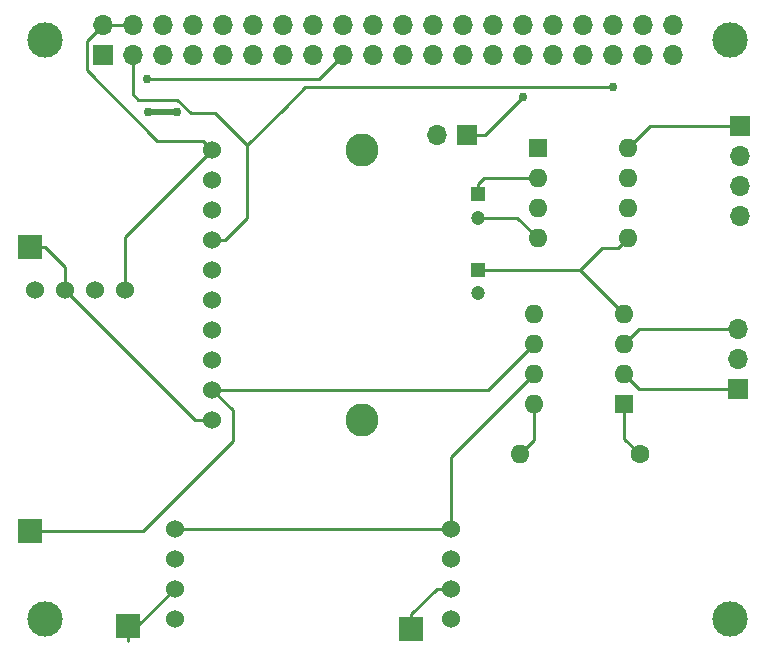
<source format=gtl>
G04 #@! TF.GenerationSoftware,KiCad,Pcbnew,(5.1.6)-1*
G04 #@! TF.CreationDate,2020-08-19T13:32:06-04:00*
G04 #@! TF.ProjectId,pressure-rev2,70726573-7375-4726-952d-726576322e6b,rev?*
G04 #@! TF.SameCoordinates,Original*
G04 #@! TF.FileFunction,Copper,L1,Top*
G04 #@! TF.FilePolarity,Positive*
%FSLAX46Y46*%
G04 Gerber Fmt 4.6, Leading zero omitted, Abs format (unit mm)*
G04 Created by KiCad (PCBNEW (5.1.6)-1) date 2020-08-19 13:32:06*
%MOMM*%
%LPD*%
G01*
G04 APERTURE LIST*
G04 #@! TA.AperFunction,ComponentPad*
%ADD10C,1.524000*%
G04 #@! TD*
G04 #@! TA.AperFunction,ComponentPad*
%ADD11O,1.600000X1.600000*%
G04 #@! TD*
G04 #@! TA.AperFunction,ComponentPad*
%ADD12R,1.600000X1.600000*%
G04 #@! TD*
G04 #@! TA.AperFunction,ComponentPad*
%ADD13O,1.700000X1.700000*%
G04 #@! TD*
G04 #@! TA.AperFunction,ComponentPad*
%ADD14R,1.700000X1.700000*%
G04 #@! TD*
G04 #@! TA.AperFunction,WasherPad*
%ADD15C,3.000000*%
G04 #@! TD*
G04 #@! TA.AperFunction,ComponentPad*
%ADD16R,2.000000X2.000000*%
G04 #@! TD*
G04 #@! TA.AperFunction,ComponentPad*
%ADD17C,1.600000*%
G04 #@! TD*
G04 #@! TA.AperFunction,ComponentPad*
%ADD18C,1.200000*%
G04 #@! TD*
G04 #@! TA.AperFunction,ComponentPad*
%ADD19R,1.200000X1.200000*%
G04 #@! TD*
G04 #@! TA.AperFunction,ComponentPad*
%ADD20C,2.794000*%
G04 #@! TD*
G04 #@! TA.AperFunction,ViaPad*
%ADD21C,0.750000*%
G04 #@! TD*
G04 #@! TA.AperFunction,Conductor*
%ADD22C,0.500000*%
G04 #@! TD*
G04 #@! TA.AperFunction,Conductor*
%ADD23C,0.250000*%
G04 #@! TD*
G04 APERTURE END LIST*
D10*
X88836500Y-85471000D03*
X86296500Y-85471000D03*
X83756500Y-85471000D03*
X81216500Y-85471000D03*
D11*
X123444000Y-95123000D03*
X131064000Y-87503000D03*
X123444000Y-92583000D03*
X131064000Y-90043000D03*
X123444000Y-90043000D03*
X131064000Y-92583000D03*
X123444000Y-87503000D03*
D12*
X131064000Y-95123000D03*
D13*
X135180000Y-63050000D03*
X135180000Y-65590000D03*
X132640000Y-63050000D03*
X132640000Y-65590000D03*
X130100000Y-63050000D03*
X130100000Y-65590000D03*
X127560000Y-63050000D03*
X127560000Y-65590000D03*
X125020000Y-63050000D03*
X125020000Y-65590000D03*
X122480000Y-63050000D03*
X122480000Y-65590000D03*
X119940000Y-63050000D03*
X119940000Y-65590000D03*
X117400000Y-63050000D03*
X117400000Y-65590000D03*
X114860000Y-63050000D03*
X114860000Y-65590000D03*
X112320000Y-63050000D03*
X112320000Y-65590000D03*
X109780000Y-63050000D03*
X109780000Y-65590000D03*
X107240000Y-63050000D03*
X107240000Y-65590000D03*
X104700000Y-63050000D03*
X104700000Y-65590000D03*
X102160000Y-63050000D03*
X102160000Y-65590000D03*
X99620000Y-63050000D03*
X99620000Y-65590000D03*
X97080000Y-63050000D03*
X97080000Y-65590000D03*
X94540000Y-63050000D03*
X94540000Y-65590000D03*
X92000000Y-63050000D03*
X92000000Y-65590000D03*
X89460000Y-63050000D03*
X89460000Y-65590000D03*
X86920000Y-63050000D03*
D14*
X86920000Y-65590000D03*
D15*
X82040000Y-64310000D03*
X140040000Y-64330000D03*
X82040000Y-113320000D03*
X140030000Y-113310000D03*
D13*
X115252500Y-72326500D03*
D14*
X117792500Y-72326500D03*
D16*
X113030000Y-114173000D03*
X89027000Y-113919000D03*
D11*
X122237500Y-99377500D03*
D17*
X132397500Y-99377500D03*
D13*
X140716000Y-88773000D03*
X140716000Y-91313000D03*
D14*
X140716000Y-93853000D03*
D16*
X80772000Y-105854500D03*
D11*
X131381500Y-73469500D03*
X123761500Y-81089500D03*
X131381500Y-76009500D03*
X123761500Y-78549500D03*
X131381500Y-78549500D03*
X123761500Y-76009500D03*
X131381500Y-81089500D03*
D12*
X123761500Y-73469500D03*
D18*
X118681500Y-79343000D03*
D19*
X118681500Y-77343000D03*
D18*
X118681500Y-85756500D03*
D19*
X118681500Y-83756500D03*
D10*
X96202500Y-73596500D03*
X96202500Y-76136500D03*
X96202500Y-78676500D03*
X96202500Y-81216500D03*
X96202500Y-83756500D03*
X96202500Y-86296500D03*
X96202500Y-88836500D03*
X96202500Y-91376500D03*
X96202500Y-93916500D03*
X96202500Y-96456500D03*
D20*
X108902500Y-73596500D03*
X108902500Y-96456500D03*
D10*
X93027500Y-113284000D03*
X93027500Y-110744000D03*
X93027500Y-108204000D03*
X93027500Y-105664000D03*
X116395500Y-113284000D03*
X116395500Y-110744000D03*
X116395500Y-108204000D03*
X116395500Y-105664000D03*
D14*
X140843000Y-71564500D03*
D13*
X140843000Y-74104500D03*
X140843000Y-76644500D03*
X140843000Y-79184500D03*
D16*
X80772000Y-81788000D03*
D21*
X90741500Y-70421500D03*
X93218000Y-70421500D03*
X122491500Y-69151500D03*
X130111500Y-68262500D03*
X90678000Y-67627500D03*
D22*
X90741500Y-70421500D02*
X93218000Y-70421500D01*
D23*
X119316500Y-72326500D02*
X122491500Y-69151500D01*
X117792500Y-72326500D02*
X119316500Y-72326500D01*
X133286500Y-71564500D02*
X140843000Y-71564500D01*
X131381500Y-73469500D02*
X133286500Y-71564500D01*
X116395500Y-99631500D02*
X123444000Y-92583000D01*
X116395500Y-105664000D02*
X116395500Y-99631500D01*
X116395500Y-105664000D02*
X93027500Y-105664000D01*
X86070001Y-63899999D02*
X86920000Y-63050000D01*
X85563999Y-64406001D02*
X86070001Y-63899999D01*
X91553699Y-72834501D02*
X85563999Y-66844801D01*
X85563999Y-66844801D02*
X85563999Y-64406001D01*
X95440501Y-72834501D02*
X91553699Y-72834501D01*
X96202500Y-73596500D02*
X95440501Y-72834501D01*
X86920000Y-63050000D02*
X89460000Y-63050000D01*
X88836500Y-80962500D02*
X96202500Y-73596500D01*
X88836500Y-85471000D02*
X88836500Y-80962500D01*
X97280130Y-81216500D02*
X99123500Y-79373130D01*
X96202500Y-81216500D02*
X97280130Y-81216500D01*
X99123500Y-73215500D02*
X96393000Y-70485000D01*
X99123500Y-79373130D02*
X99123500Y-73215500D01*
X96393000Y-70485000D02*
X94355000Y-70485000D01*
X102311201Y-70027799D02*
X99123500Y-73215500D01*
X102311201Y-70027799D02*
X104076500Y-68262500D01*
X104076500Y-68262500D02*
X130111500Y-68262500D01*
X130111500Y-68262500D02*
X130111500Y-68262500D01*
X94355000Y-70485000D02*
X93212000Y-69342000D01*
X93212000Y-69342000D02*
X89916000Y-69342000D01*
X89460000Y-68886000D02*
X89460000Y-65590000D01*
X89916000Y-69342000D02*
X89460000Y-68886000D01*
X107240000Y-65590000D02*
X105202500Y-67627500D01*
X105202500Y-67627500D02*
X90678000Y-67627500D01*
X132334000Y-93853000D02*
X131064000Y-92583000D01*
X140716000Y-93853000D02*
X132334000Y-93853000D01*
X115317870Y-110744000D02*
X116395500Y-110744000D01*
X115209000Y-110744000D02*
X115317870Y-110744000D01*
X113030000Y-112923000D02*
X115209000Y-110744000D01*
X113030000Y-114173000D02*
X113030000Y-112923000D01*
X89027000Y-115169000D02*
X89027000Y-113919000D01*
X89852500Y-113919000D02*
X89027000Y-113919000D01*
X93027500Y-110744000D02*
X89852500Y-113919000D01*
X118681500Y-76493000D02*
X118681500Y-77343000D01*
X119165000Y-76009500D02*
X118681500Y-76493000D01*
X123761500Y-76009500D02*
X119165000Y-76009500D01*
X122015000Y-79343000D02*
X123761500Y-81089500D01*
X118681500Y-79343000D02*
X122015000Y-79343000D01*
X127317500Y-83756500D02*
X131064000Y-87503000D01*
X118681500Y-83756500D02*
X127317500Y-83756500D01*
X129184501Y-81889499D02*
X127317500Y-83756500D01*
X130581501Y-81889499D02*
X129184501Y-81889499D01*
X131381500Y-81089500D02*
X130581501Y-81889499D01*
X132334000Y-88773000D02*
X131064000Y-90043000D01*
X140716000Y-88773000D02*
X132334000Y-88773000D01*
X119570500Y-93916500D02*
X123444000Y-90043000D01*
X96202500Y-93916500D02*
X119570500Y-93916500D01*
X82022000Y-105854500D02*
X80772000Y-105854500D01*
X97917000Y-98278000D02*
X97917000Y-95631000D01*
X97917000Y-95631000D02*
X96202500Y-93916500D01*
X80772000Y-105854500D02*
X90340500Y-105854500D01*
X90340500Y-105854500D02*
X97917000Y-98278000D01*
X123444000Y-98171000D02*
X122237500Y-99377500D01*
X123444000Y-95123000D02*
X123444000Y-98171000D01*
X131064000Y-98044000D02*
X132397500Y-99377500D01*
X131064000Y-95123000D02*
X131064000Y-98044000D01*
X94742000Y-96456500D02*
X83756500Y-85471000D01*
X96202500Y-96456500D02*
X94742000Y-96456500D01*
X83756500Y-84393370D02*
X83756500Y-85471000D01*
X83756500Y-83522500D02*
X83756500Y-84393370D01*
X82022000Y-81788000D02*
X83756500Y-83522500D01*
X80772000Y-81788000D02*
X82022000Y-81788000D01*
M02*

</source>
